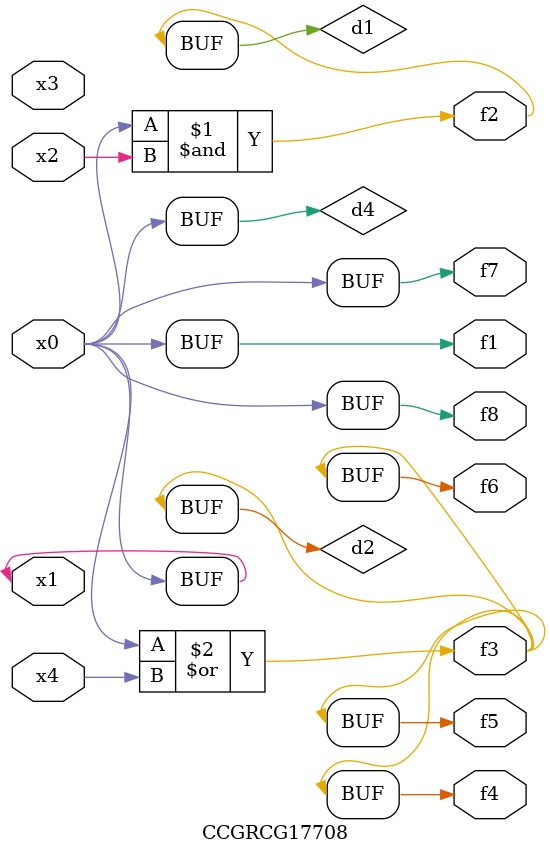
<source format=v>
module CCGRCG17708(
	input x0, x1, x2, x3, x4,
	output f1, f2, f3, f4, f5, f6, f7, f8
);

	wire d1, d2, d3, d4;

	and (d1, x0, x2);
	or (d2, x0, x4);
	nand (d3, x0, x2);
	buf (d4, x0, x1);
	assign f1 = d4;
	assign f2 = d1;
	assign f3 = d2;
	assign f4 = d2;
	assign f5 = d2;
	assign f6 = d2;
	assign f7 = d4;
	assign f8 = d4;
endmodule

</source>
